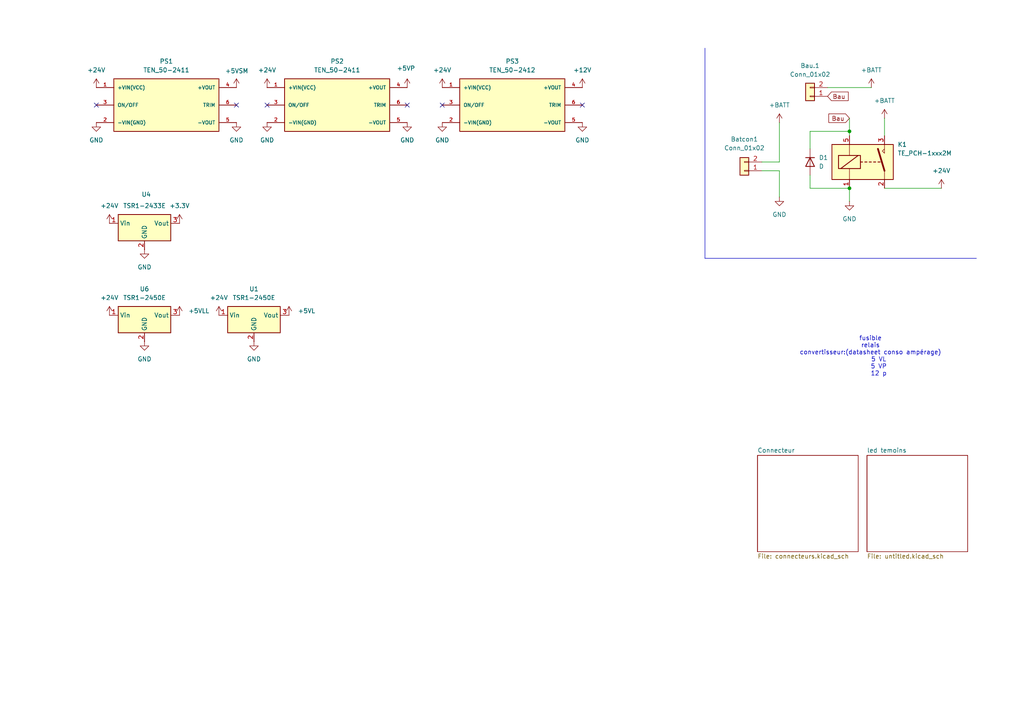
<source format=kicad_sch>
(kicad_sch (version 20250114) (generator "eeschema") (generator_version "9.0")
  (paper "A4")
  (lib_symbols
    (symbol "Connector_Generic:Conn_01x02" (pin_names (offset 1.016) (hide yes))
      (property "Reference" "J" (at 0 2.54 0))
      (property "Value" "Conn_01x02" (at 0 -5.08 0))
      (symbol "Conn_01x02_1_1"
        (rectangle (start -1.27 1.27) (end 1.27 -3.81) (stroke (width 0.254)) (fill (type background)))
        (rectangle (start -1.27 0.127) (end 0 -0.127) (stroke (width 0.1524)))
        (rectangle (start -1.27 -2.413) (end 0 -2.667) (stroke (width 0.1524)))
        (pin passive line (at -5.08 0 0) (length 3.81) (name "Pin_1") (number "1"))
        (pin passive line (at -5.08 -2.54 0) (length 3.81) (name "Pin_2") (number "2"))
      )
    )
    (symbol "Device:D" (pin_numbers (hide yes)) (pin_names (offset 1.016) (hide yes))
      (property "Reference" "D" (at 0 2.54 0))
      (property "Value" "D" (at 0 -2.54 0))
      (symbol "D_0_1"
        (polyline (pts (xy -1.27 1.27) (xy -1.27 -1.27)) (stroke (width 0.254)))
        (polyline (pts (xy 1.27 1.27) (xy 1.27 -1.27) (xy -1.27 0) (xy 1.27 1.27)) (stroke (width 0.254)))
        (polyline (pts (xy 1.27 0) (xy -1.27 0)))
      )
      (symbol "D_1_1"
        (pin passive line (at -3.81 0 0) (length 2.54) (name "K") (number "1"))
        (pin passive line (at 3.81 0 180) (length 2.54) (name "A") (number "2"))
      )
    )
    (symbol "Regulator_Switching:TSR1-2433E"
      (property "Reference" "U" (at -7.62 6.35 0))
      (property "Value" "TSR1-2433E" (at -3.81 6.35 0))
      (symbol "TSR1-2433E_0_1"
        (rectangle (start -7.62 5.08) (end 7.62 -2.54) (stroke (width 0.254)) (fill (type background)))
      )
      (symbol "TSR1-2433E_1_1"
        (pin power_in line (at -10.16 2.54 0) (length 2.54) (name "Vin") (number "1"))
        (pin power_in line (at 0 -5.08 90) (length 2.54) (name "GND") (number "2"))
        (pin power_out line (at 10.16 2.54 180) (length 2.54) (name "Vout") (number "3"))
      )
    )
    (symbol "Regulator_Switching:TSR1-2450E"
      (property "Reference" "U" (at -7.62 6.35 0))
      (property "Value" "TSR1-2450E" (at -3.81 6.35 0))
      (symbol "TSR1-2450E_0_1"
        (rectangle (start -7.62 5.08) (end 7.62 -2.54) (stroke (width 0.254)) (fill (type background)))
      )
      (symbol "TSR1-2450E_1_1"
        (pin power_in line (at -10.16 2.54 0) (length 2.54) (name "Vin") (number "1"))
        (pin power_in line (at 0 -5.08 90) (length 2.54) (name "GND") (number "2"))
        (pin power_out line (at 10.16 2.54 180) (length 2.54) (name "Vout") (number "3"))
      )
    )
    (symbol "Relay:TE_PCH-1xxx2M"
      (property "Reference" "K" (at 8.89 3.81 0))
      (property "Value" "TE_PCH-1xxx2M" (at 8.89 1.27 0))
      (symbol "TE_PCH-1xxx2M_0_0"
        (polyline (pts (xy 5.08 5.08) (xy 5.08 2.54) (xy 4.445 3.175) (xy 5.08 3.81)))
      )
      (symbol "TE_PCH-1xxx2M_0_1"
        (rectangle (start -10.16 5.08) (end 7.62 -5.08) (stroke (width 0.254)) (fill (type background)))
        (rectangle (start -8.255 1.905) (end -1.905 -1.905) (stroke (width 0.254)))
        (polyline (pts (xy -7.62 -1.905) (xy -2.54 1.905)) (stroke (width 0.254)))
        (polyline (pts (xy -5.08 5.08) (xy -5.08 1.905)))
        (polyline (pts (xy -5.08 -5.08) (xy -5.08 -1.905)))
        (polyline (pts (xy -1.905 0) (xy -1.27 0)) (stroke (width 0.254)))
        (polyline (pts (xy -0.635 0) (xy 0 0)) (stroke (width 0.254)))
        (polyline (pts (xy 0.635 0) (xy 1.27 0)) (stroke (width 0.254)))
        (polyline (pts (xy 1.905 0) (xy 2.54 0)) (stroke (width 0.254)))
        (polyline (pts (xy 3.175 0) (xy 3.81 0)) (stroke (width 0.254)))
        (polyline (pts (xy 5.08 -2.54) (xy 3.175 3.81)) (stroke (width 0.508)))
        (polyline (pts (xy 5.08 -2.54) (xy 5.08 -5.08)))
      )
      (symbol "TE_PCH-1xxx2M_1_1"
        (pin passive line (at -5.08 7.62 270) (length 2.54) (name "~") (number "5"))
        (pin passive line (at -5.08 -7.62 90) (length 2.54) (name "~") (number "1"))
        (pin passive line (at 5.08 7.62 270) (length 2.54) (name "~") (number "3"))
        (pin passive line (at 5.08 -7.62 90) (length 2.54) (name "~") (number "2"))
      )
    )
    (symbol "TEN_50-2411:TEN_50-2411" (pin_names (offset 1.016))
      (property "Reference" "PS" (at -15.24 10.16 0))
      (property "Value" "TEN_50-2411" (at -15.24 -10.16 0))
      (symbol "TEN_50-2411_0_0"
        (rectangle (start -15.24 -7.62) (end 15.24 7.62) (stroke (width 0.254)) (fill (type background)))
        (pin input line (at -20.32 5.08 0) (length 5.08) (name "+VIN(VCC)") (number "1"))
        (pin input line (at -20.32 0 0) (length 5.08) (name "ON/OFF") (number "3"))
        (pin input line (at -20.32 -5.08 0) (length 5.08) (name "-VIN(GND)") (number "2"))
        (pin output line (at 20.32 5.08 180) (length 5.08) (name "+VOUT") (number "4"))
        (pin passive line (at 20.32 0 180) (length 5.08) (name "TRIM") (number "6"))
        (pin output line (at 20.32 -5.08 180) (length 5.08) (name "-VOUT") (number "5"))
      )
    )
    (symbol "power:+12V" (power) (pin_numbers (hide yes)) (pin_names (offset 0) (hide yes))
      (property "Value" "+12V" (at 0 3.556 0))
      (symbol "+12V_0_1"
        (polyline (pts (xy -0.762 1.27) (xy 0 2.54)))
        (polyline (pts (xy 0 2.54) (xy 0.762 1.27)))
        (polyline (pts (xy 0 0) (xy 0 2.54)))
      )
      (symbol "+12V_1_1"
        (pin power_in line (at 0 0 90) (length 0) (name "~") (number "1"))
      )
    )
    (symbol "power:+24V" (power) (pin_numbers (hide yes)) (pin_names (offset 0) (hide yes))
      (property "Value" "+24V" (at 0 3.556 0))
      (symbol "+24V_0_1"
        (polyline (pts (xy -0.762 1.27) (xy 0 2.54)))
        (polyline (pts (xy 0 2.54) (xy 0.762 1.27)))
        (polyline (pts (xy 0 0) (xy 0 2.54)))
      )
      (symbol "+24V_1_1"
        (pin power_in line (at 0 0 90) (length 0) (name "~") (number "1"))
      )
    )
    (symbol "power:+3.3V" (power) (pin_numbers (hide yes)) (pin_names (offset 0) (hide yes))
      (property "Value" "+3.3V" (at 0 3.556 0))
      (symbol "+3.3V_0_1"
        (polyline (pts (xy -0.762 1.27) (xy 0 2.54)))
        (polyline (pts (xy 0 2.54) (xy 0.762 1.27)))
        (polyline (pts (xy 0 0) (xy 0 2.54)))
      )
      (symbol "+3.3V_1_1"
        (pin power_in line (at 0 0 90) (length 0) (name "~") (number "1"))
      )
    )
    (symbol "power:+5V" (power) (pin_numbers (hide yes)) (pin_names (offset 0) (hide yes))
      (property "Value" "+5V" (at 0 3.556 0))
      (symbol "+5V_0_1"
        (polyline (pts (xy -0.762 1.27) (xy 0 2.54)))
        (polyline (pts (xy 0 2.54) (xy 0.762 1.27)))
        (polyline (pts (xy 0 0) (xy 0 2.54)))
      )
      (symbol "+5V_1_1"
        (pin power_in line (at 0 0 90) (length 0) (name "~") (number "1"))
      )
    )
    (symbol "power:+5VP" (power) (pin_names (offset 0))
      (property "Value" "+5VP" (at 0 3.556 0))
      (symbol "+5VP_0_1"
        (polyline (pts (xy -0.762 1.27) (xy 0 2.54)))
        (polyline (pts (xy 0 2.54) (xy 0.762 1.27)))
        (polyline (pts (xy 0 0) (xy 0 2.54)))
      )
      (symbol "+5VP_1_1"
        (pin power_in line (at 0 0 90) (length 0) (hide yes) (name "+5VP") (number "1"))
      )
    )
    (symbol "power:+BATT" (power) (pin_numbers (hide yes)) (pin_names (offset 0) (hide yes))
      (property "Value" "+BATT" (at 0 3.556 0))
      (symbol "+BATT_0_1"
        (polyline (pts (xy -0.762 1.27) (xy 0 2.54)))
        (polyline (pts (xy 0 2.54) (xy 0.762 1.27)))
        (polyline (pts (xy 0 0) (xy 0 2.54)))
      )
      (symbol "+BATT_1_1"
        (pin power_in line (at 0 0 90) (length 0) (name "~") (number "1"))
      )
    )
    (symbol "power:GND" (power) (pin_numbers (hide yes)) (pin_names (offset 0) (hide yes))
      (property "Value" "GND" (at 0 -3.81 0))
      (symbol "GND_0_1"
        (polyline (pts (xy 0 0) (xy 0 -1.27) (xy 1.27 -1.27) (xy 0 -2.54) (xy -1.27 -1.27) (xy 0 -1.27)))
      )
      (symbol "GND_1_1"
        (pin power_in line (at 0 0 270) (length 0) (name "~") (number "1"))
      )
    )
  )
  (text "fusible\nrelais\nconvertisseur:(datasheet conso ampérage)\n	5 VL\n	5 VP\n	12 p\n\n	" (at 252.476 105.41 0) (effects (font (size 1.27 1.27))))
  (junction (at 246.38 38.1))
  (junction (at 246.38 54.61))
  (no_connect (at 27.94 30.48))
  (no_connect (at 77.47 30.48))
  (no_connect (at 68.58 30.48))
  (no_connect (at 128.27 30.48))
  (no_connect (at 168.91 30.48))
  (no_connect (at 118.11 30.48))
  (wire (pts (xy 246.38 58.42) (xy 246.38 54.61)))
  (wire (pts (xy 252.73 25.4) (xy 240.03 25.4)))
  (wire (pts (xy 234.95 38.1) (xy 246.38 38.1)))
  (wire (pts (xy 220.98 46.99) (xy 226.06 46.99)))
  (wire (pts (xy 246.38 34.29) (xy 246.38 38.1)))
  (polyline (pts (xy 204.47 74.93) (xy 283.21 74.93)))
  (polyline (pts (xy 204.47 13.97) (xy 204.47 74.93)))
  (wire (pts (xy 234.95 54.61) (xy 246.38 54.61)))
  (wire (pts (xy 226.06 49.53) (xy 220.98 49.53)))
  (wire (pts (xy 234.95 38.1) (xy 234.95 43.18)))
  (wire (pts (xy 226.06 57.15) (xy 226.06 49.53)))
  (wire (pts (xy 246.38 38.1) (xy 246.38 39.37)))
  (wire (pts (xy 226.06 35.56) (xy 226.06 46.99)))
  (wire (pts (xy 234.95 50.8) (xy 234.95 54.61)))
  (wire (pts (xy 256.54 34.29) (xy 256.54 39.37)))
  (wire (pts (xy 273.05 54.61) (xy 256.54 54.61)))
  (global_label "Bau" (shape input) (at 240.03 27.94 0) (property "Intersheetrefs" "${INTERSHEET_REFS}" (effects (hide yes))))
  (global_label "Bau" (shape input) (at 246.38 34.29 180) (property "Intersheetrefs" "${INTERSHEET_REFS}" (effects (hide yes))))
  (symbol (lib_id "power:GND") (at 118.11 35.56 0) (unit 1)
    (property "Reference" "#PWR045" (effects (hide yes)))
    (property "Value" "GND" (at 118.11 40.64 0))
    (property "Description" "Power symbol creates a global label with name \"GND\" , ground" (effects (hide yes)))
  )
  (symbol (lib_id "power:+BATT") (at 256.54 34.29 0) (unit 1)
    (property "Reference" "#PWR034" (effects (hide yes)))
    (property "Value" "+BATT" (at 256.54 29.21 0))
  )
  (symbol (lib_id "power:+24V") (at 77.47 25.4 0) (unit 1)
    (property "Reference" "#PWR042" (effects (hide yes)))
    (property "Value" "+24V" (at 77.47 20.32 0))
    (property "Description" "Power symbol creates a global label with name \"+24V\"" (effects (hide yes)))
  )
  (symbol (lib_id "power:GND") (at 27.94 35.56 0) (unit 1)
    (property "Reference" "#PWR033" (effects (hide yes)))
    (property "Value" "GND" (at 27.94 40.64 0))
    (property "Description" "Power symbol creates a global label with name \"GND\" , ground" (effects (hide yes)))
  )
  (symbol (lib_id "power:+12V") (at 273.05 54.61 0) (unit 1)
    (property "Reference" "#PWR035" (effects (hide yes)))
    (property "Value" "+24V" (at 273.05 49.53 0))
  )
  (symbol (lib_id "power:+BATT") (at 226.06 35.56 0) (unit 1)
    (property "Reference" "#PWR011" (effects (hide yes)))
    (property "Value" "+BATT" (at 226.06 30.48 0))
  )
  (symbol (lib_id "power:+5V") (at 118.11 25.4 0) (unit 1)
    (property "Reference" "#PWR044" (effects (hide yes)))
    (property "Value" "+5VP" (at 115.062 19.812 0) (effects (justify left)))
    (property "Description" "Power symbol creates a global label with name \"+5V\"" (effects (hide yes)))
  )
  (symbol (lib_id "TEN_50-2411:TEN_50-2411") (at 48.26 30.48 0) (unit 1)
    (property "Reference" "PS1" (at 48.26 17.78 0))
    (property "Value" "TEN_50-2411" (at 48.26 20.32 0))
    (property "Footprint" "TEN_50-2411:TEN50_TRP" (effects (hide yes)))
    (property "MF" "Traco Power" (effects (hide yes)))
    (property "MAXIMUM_PACKAGE_HEIGHT" "11.25mm" (effects (hide yes)))
    (property "Package" "Package" (effects (hide yes)))
    (property "Price" "None" (effects (hide yes)))
    (property "Check_prices" "https://www.snapeda.com/parts/TEN%2050-2411/Traco+Power/view-part/?ref=eda" (effects (hide yes)))
    (property "STANDARD" "Manufacturer Recommendations" (effects (hide yes)))
    (property "PARTREV" "February 3, 2021" (effects (hide yes)))
    (property "SnapEDA_Link" "https://www.snapeda.com/parts/TEN%2050-2411/Traco+Power/view-part/?ref=snap" (effects (hide yes)))
    (property "MP" "TEN 50-2411" (effects (hide yes)))
    (property "Description_1" "50 Watt DC/DC converter, industrial, 2:1 input, encapsulated, 2 x 1 metal package" (effects (hide yes)))
    (property "Availability" "In Stock" (effects (hide yes)))
    (property "MANUFACTURER" "Traco Power" (effects (hide yes)))
  )
  (symbol (lib_id "Regulator_Switching:TSR1-2450E") (at 73.66 93.98 0) (unit 1)
    (property "Reference" "U1" (at 73.66 83.82 0))
    (property "Value" "TSR1-2450E" (at 73.66 86.36 0))
    (property "Footprint" "Converter_DCDC:Converter_DCDC_TRACO_TSR1-xxxxE_THT" (effects (hide yes)))
    (property "Datasheet" "https://www.tracopower.com/products/tsr1e.pdf" (effects (hide yes)))
    (property "Description" "1A step-down regulator, fixed 5V output voltage, 7-36V input voltage, TO-220 compatible LM78xx replacement" (effects (hide yes)))
  )
  (symbol (lib_id "power:+24V") (at 31.75 64.77 0) (unit 1)
    (property "Reference" "#PWR036" (effects (hide yes)))
    (property "Value" "+24V" (at 31.75 59.69 0))
    (property "Description" "Power symbol creates a global label with name \"+24V\"" (effects (hide yes)))
  )
  (symbol (lib_id "power:GND") (at 128.27 35.56 0) (unit 1)
    (property "Reference" "#PWR015" (effects (hide yes)))
    (property "Value" "GND" (at 128.27 40.64 0))
    (property "Description" "Power symbol creates a global label with name \"GND\" , ground" (effects (hide yes)))
  )
  (symbol (lib_id "power:+5VP") (at 68.58 25.4 0) (unit 1)
    (property "Reference" "#PWR041" (effects (hide yes)))
    (property "Value" "+5VSM" (at 65.278 20.574 0) (effects (justify left)))
    (property "Description" "Power symbol creates a global label with name \"+5VP\"" (effects (hide yes)))
  )
  (symbol (lib_id "Device:D") (at 234.95 46.99 270) (unit 1)
    (property "Reference" "D1" (at 237.49 45.72 90) (effects (justify left)))
    (property "Value" "D" (at 237.49 48.26 90) (effects (justify left)))
    (property "Footprint" "Diode_THT:D_DO-35_SOD27_P10.16mm_Horizontal" (effects (hide yes)))
    (property "Sim.Device" "D" (effects (hide yes)))
    (property "Sim.Pins" "1=K 2=A" (effects (hide yes)))
  )
  (symbol (lib_id "power:GND") (at 68.58 35.56 0) (unit 1)
    (property "Reference" "#PWR050" (effects (hide yes)))
    (property "Value" "GND" (at 68.58 40.64 0))
    (property "Description" "Power symbol creates a global label with name \"GND\" , ground" (effects (hide yes)))
  )
  (symbol (lib_id "power:GND") (at 77.47 35.56 0) (unit 1)
    (property "Reference" "#PWR043" (effects (hide yes)))
    (property "Value" "GND" (at 77.47 40.64 0))
    (property "Description" "Power symbol creates a global label with name \"GND\" , ground" (effects (hide yes)))
  )
  (symbol (lib_id "Relay:TE_PCH-1xxx2M") (at 251.46 46.99 0) (unit 1)
    (property "Reference" "K1" (at 260.35 41.91 0) (effects (justify left)))
    (property "Value" "TE_PCH-1xxx2M" (at 260.35 44.45 0) (effects (justify left)))
    (property "Footprint" "Relay_THT:Relay_SPST_TE_PCH-1xxx2M" (effects (hide yes)))
    (property "Datasheet" "http://www.te.com/commerce/DocumentDelivery/DDEController?Action=showdoc&DocId=Data+Sheet%7FPCH_series_relay_data_sheet_E%7F1215%7Fpdf%7FEnglish%7FENG_DS_PCH_series_relay_data_sheet_E_1215.pdf%7F9-1440003-0" (effects (hide yes)))
  )
  (symbol (lib_id "TEN_50-2411:TEN_50-2411") (at 97.79 30.48 0) (unit 1)
    (property "Reference" "PS2" (at 97.79 17.78 0))
    (property "Value" "TEN_50-2411" (at 97.79 20.32 0))
    (property "Footprint" "TEN_50-2411:TEN50_TRP" (effects (hide yes)))
    (property "MF" "Traco Power" (effects (hide yes)))
    (property "MAXIMUM_PACKAGE_HEIGHT" "11.25mm" (effects (hide yes)))
    (property "Package" "Package" (effects (hide yes)))
    (property "Price" "None" (effects (hide yes)))
    (property "Check_prices" "https://www.snapeda.com/parts/TEN%2050-2411/Traco+Power/view-part/?ref=eda" (effects (hide yes)))
    (property "STANDARD" "Manufacturer Recommendations" (effects (hide yes)))
    (property "PARTREV" "February 3, 2021" (effects (hide yes)))
    (property "SnapEDA_Link" "https://www.snapeda.com/parts/TEN%2050-2411/Traco+Power/view-part/?ref=snap" (effects (hide yes)))
    (property "MP" "TEN 50-2411" (effects (hide yes)))
    (property "Description_1" "50 Watt DC/DC converter, industrial, 2:1 input, encapsulated, 2 x 1 metal package" (effects (hide yes)))
    (property "Availability" "In Stock" (effects (hide yes)))
    (property "MANUFACTURER" "Traco Power" (effects (hide yes)))
  )
  (symbol (lib_id "Regulator_Switching:TSR1-2433E") (at 41.91 67.31 0) (unit 1)
    (property "Reference" "U4" (at 42.418 56.388 0))
    (property "Value" "TSR1-2433E" (at 41.91 59.69 0))
    (property "Footprint" "Converter_DCDC:Converter_DCDC_TRACO_TSR1-xxxxE_THT" (effects (hide yes)))
    (property "Datasheet" "https://www.tracopower.com/products/tsr1e.pdf" (effects (hide yes)))
    (property "Description" "1A step-down regulator, fixed 3.3V output voltage, 6-36V input voltage, TO-220 compatible LM78xx replacement" (effects (hide yes)))
  )
  (symbol (lib_id "Regulator_Switching:TSR1-2450E") (at 41.91 93.98 0) (unit 1)
    (property "Reference" "U6" (at 41.91 83.82 0))
    (property "Value" "TSR1-2450E" (at 41.91 86.36 0))
    (property "Footprint" "Converter_DCDC:Converter_DCDC_TRACO_TSR1-xxxxE_THT" (effects (hide yes)))
    (property "Datasheet" "https://www.tracopower.com/products/tsr1e.pdf" (effects (hide yes)))
    (property "Description" "1A step-down regulator, fixed 5V output voltage, 7-36V input voltage, TO-220 compatible LM78xx replacement" (effects (hide yes)))
  )
  (symbol (lib_id "power:+3.3V") (at 52.07 64.77 0) (unit 1)
    (property "Reference" "#PWR039" (effects (hide yes)))
    (property "Value" "+3.3V" (at 52.07 59.69 0))
    (property "Description" "Power symbol creates a global label with name \"+3.3V\"" (effects (hide yes)))
  )
  (symbol (lib_id "Connector_Generic:Conn_01x02") (at 215.9 49.53 180) (unit 1)
    (property "Reference" "Batcon1" (at 215.9 40.386 0))
    (property "Value" "Conn_01x02" (at 215.9 42.926 0))
    (property "Footprint" "Connector_AMASS:AMASS_XT60-F_1x02_P7.20mm_Vertical" (effects (hide yes)))
  )
  (symbol (lib_id "power:+24V") (at 31.75 91.44 0) (unit 1)
    (property "Reference" "#PWR047" (effects (hide yes)))
    (property "Value" "+24V" (at 31.75 86.36 0))
    (property "Description" "Power symbol creates a global label with name \"+24V\"" (effects (hide yes)))
  )
  (symbol (lib_id "power:+12V") (at 168.91 25.4 0) (unit 1)
    (property "Reference" "#PWR046" (effects (hide yes)))
    (property "Value" "+12V" (at 168.91 20.32 0))
    (property "Description" "Power symbol creates a global label with name \"+12V\"" (effects (hide yes)))
  )
  (symbol (lib_id "power:GND") (at 41.91 72.39 0) (unit 1)
    (property "Reference" "#PWR037" (effects (hide yes)))
    (property "Value" "GND" (at 41.91 77.47 0))
    (property "Description" "Power symbol creates a global label with name \"GND\" , ground" (effects (hide yes)))
  )
  (symbol (lib_id "power:GND") (at 73.66 99.06 0) (unit 1)
    (property "Reference" "#PWR053" (effects (hide yes)))
    (property "Value" "GND" (at 73.66 104.14 0))
    (property "Description" "Power symbol creates a global label with name \"GND\" , ground" (effects (hide yes)))
  )
  (symbol (lib_id "Connector_Generic:Conn_01x02") (at 234.95 27.94 180) (unit 1)
    (property "Reference" "Bau.1" (at 234.95 19.05 0))
    (property "Value" "Conn_01x02" (at 234.95 21.59 0))
    (property "Footprint" "Connector_Molex:Molex_KK-254_AE-6410-02A_1x02_P2.54mm_Vertical" (effects (hide yes)))
  )
  (symbol (lib_id "power:+24V") (at 27.94 25.4 0) (unit 1)
    (property "Reference" "#PWR032" (effects (hide yes)))
    (property "Value" "+24V" (at 27.94 20.32 0))
    (property "Description" "Power symbol creates a global label with name \"+24V\"" (effects (hide yes)))
  )
  (symbol (lib_id "power:GND") (at 168.91 35.56 0) (unit 1)
    (property "Reference" "#PWR048" (effects (hide yes)))
    (property "Value" "GND" (at 168.91 40.64 0))
    (property "Description" "Power symbol creates a global label with name \"GND\" , ground" (effects (hide yes)))
  )
  (symbol (lib_id "TEN_50-2411:TEN_50-2411") (at 148.59 30.48 0) (unit 1)
    (property "Reference" "PS3" (at 148.59 17.78 0))
    (property "Value" "TEN_50-2412" (at 148.59 20.32 0))
    (property "Footprint" "TEN_50-2411:TEN50_TRP" (effects (hide yes)))
    (property "MF" "Traco Power" (effects (hide yes)))
    (property "MAXIMUM_PACKAGE_HEIGHT" "11.25mm" (effects (hide yes)))
    (property "Package" "Package" (effects (hide yes)))
    (property "Price" "None" (effects (hide yes)))
    (property "Check_prices" "https://www.snapeda.com/parts/TEN%2050-2411/Traco+Power/view-part/?ref=eda" (effects (hide yes)))
    (property "STANDARD" "Manufacturer Recommendations" (effects (hide yes)))
    (property "PARTREV" "February 3, 2021" (effects (hide yes)))
    (property "SnapEDA_Link" "https://www.snapeda.com/parts/TEN%2050-2411/Traco+Power/view-part/?ref=snap" (effects (hide yes)))
    (property "MP" "TEN 50-2411" (effects (hide yes)))
    (property "Description_1" "50 Watt DC/DC converter, industrial, 2:1 input, encapsulated, 2 x 1 metal package" (effects (hide yes)))
    (property "Availability" "In Stock" (effects (hide yes)))
    (property "MANUFACTURER" "Traco Power" (effects (hide yes)))
  )
  (symbol (lib_id "power:GND") (at 246.38 58.42 0) (unit 1)
    (property "Reference" "#PWR030" (effects (hide yes)))
    (property "Value" "GND" (at 246.38 63.5 0))
  )
  (symbol (lib_id "power:GND") (at 41.91 99.06 0) (unit 1)
    (property "Reference" "#PWR038" (effects (hide yes)))
    (property "Value" "GND" (at 41.91 104.14 0))
    (property "Description" "Power symbol creates a global label with name \"GND\" , ground" (effects (hide yes)))
  )
  (symbol (lib_id "power:+5V") (at 52.07 91.44 0) (unit 1)
    (property "Reference" "#PWR040" (effects (hide yes)))
    (property "Value" "+5VLL" (at 54.61 90.1699 0) (effects (justify left)))
    (property "Description" "Power symbol creates a global label with name \"+5V\"" (effects (hide yes)))
  )
  (symbol (lib_id "power:+24V") (at 63.5 91.44 0) (unit 1)
    (property "Reference" "#PWR052" (effects (hide yes)))
    (property "Value" "+24V" (at 63.5 86.36 0))
    (property "Description" "Power symbol creates a global label with name \"+24V\"" (effects (hide yes)))
  )
  (symbol (lib_id "power:+24V") (at 128.27 25.4 0) (unit 1)
    (property "Reference" "#PWR014" (effects (hide yes)))
    (property "Value" "+24V" (at 128.27 20.32 0))
    (property "Description" "Power symbol creates a global label with name \"+24V\"" (effects (hide yes)))
  )
  (symbol (lib_id "power:+5V") (at 83.82 91.44 0) (unit 1)
    (property "Reference" "#PWR054" (effects (hide yes)))
    (property "Value" "+5VL" (at 86.36 90.1699 0) (effects (justify left)))
    (property "Description" "Power symbol creates a global label with name \"+5V\"" (effects (hide yes)))
  )
  (symbol (lib_id "power:GND") (at 226.06 57.15 0) (unit 1)
    (property "Reference" "#PWR013" (effects (hide yes)))
    (property "Value" "GND" (at 226.06 62.23 0))
  )
  (symbol (lib_id "power:+BATT") (at 252.73 25.4 0) (unit 1)
    (property "Reference" "#PWR029" (effects (hide yes)))
    (property "Value" "+BATT" (at 252.73 20.32 0))
  )
  (sheet (at 251.46 132.08) (size 29.21 27.94) (stroke (width 0.1524))
    (property "Sheetname" "led temoins" (at 251.46 131.3684 0) (effects (justify left bottom)))
    (property "Sheetfile" "untitled.kicad_sch" (at 251.46 160.6046 0) (effects (justify left top)))
  )
  (sheet (at 219.71 132.08) (size 29.21 27.94) (stroke (width 0.1524))
    (property "Sheetname" "Connecteur" (at 219.71 131.3684 0) (effects (justify left bottom)))
    (property "Sheetfile" "connecteurs.kicad_sch" (at 219.71 160.6046 0) (effects (justify left top)))
  )
)
</source>
